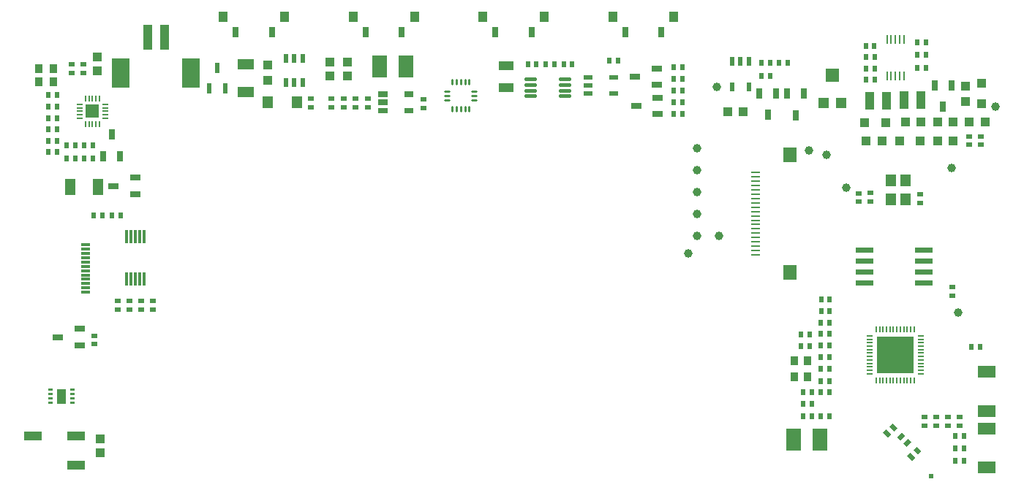
<source format=gtp>
G04 Layer: TopPasteMaskLayer*
G04 EasyEDA v6.4.0, 2020-07-10T23:23:17+08:00*
G04 5139bd2fb7c3424f93626a165fee3374,4edbaba1ca844db583ca7d2d7efc84e2,10*
G04 Gerber Generator version 0.2*
G04 Scale: 100 percent, Rotated: No, Reflected: No *
G04 Dimensions in inches *
G04 leading zeros omitted , absolute positions ,2 integer and 4 decimal *
%FSLAX24Y24*%
%MOIN*%
G90*
G70D02*

%ADD11C,0.039370*%
%ADD31C,0.015748*%
%ADD32C,0.011024*%
%ADD34R,0.031496X0.019685*%
%ADD36R,0.070866X0.102362*%
%ADD37R,0.019685X0.031496*%
%ADD38R,0.062992X0.060000*%
%ADD39R,0.047244X0.047244*%
%ADD40R,0.043307X0.039370*%
%ADD41R,0.047244X0.074803*%
%ADD42R,0.074803X0.047244*%
%ADD43R,0.012000X0.059055*%
%ADD44R,0.047244X0.055118*%
%ADD45R,0.019685X0.019685*%
%ADD46R,0.010000X0.031500*%
%ADD47R,0.031500X0.010000*%
%ADD48R,0.169300X0.169300*%
%ADD49R,0.070866X0.039370*%
%ADD50R,0.021654X0.039370*%
%ADD51R,0.049213X0.027559*%
%ADD52R,0.031496X0.009843*%
%ADD53R,0.009843X0.031496*%
%ADD54R,0.062992X0.062992*%
%ADD55R,0.035430X0.039370*%
%ADD58R,0.023622X0.051181*%
%ADD59R,0.035433X0.039370*%
%ADD60R,0.039370X0.021654*%
%ADD61R,0.039370X0.039370*%
%ADD62R,0.027559X0.049213*%
%ADD63R,0.078740X0.053150*%
%ADD64R,0.039370X0.043307*%
%ADD65R,0.078740X0.039370*%
%ADD66R,0.043307X0.009843*%
%ADD67R,0.059055X0.066929*%
%ADD68R,0.039370X0.011811*%
%ADD69R,0.039370X0.118110*%
%ADD70R,0.078740X0.137790*%
%ADD71R,0.039370X0.078700*%
%ADD72R,0.010000X0.039400*%
%ADD73R,0.043307X0.051181*%
%ADD74R,0.031496X0.051181*%

%LPD*%
G54D31*
G01X23796Y20353D02*
G01X23382Y20353D01*
G01X23796Y20097D02*
G01X23382Y20097D01*
G01X23796Y19842D02*
G01X23382Y19842D01*
G01X23796Y19586D02*
G01X23382Y19586D01*
G01X25370Y19586D02*
G01X24957Y19586D01*
G01X25370Y19842D02*
G01X24957Y19842D01*
G01X25370Y20098D02*
G01X24957Y20098D01*
G01X25370Y20354D02*
G01X24957Y20354D01*
G54D32*
G01X20018Y18897D02*
G01X20018Y19102D01*
G01X20215Y18897D02*
G01X20215Y19102D01*
G01X20412Y18897D02*
G01X20412Y19102D01*
G01X20609Y18897D02*
G01X20609Y19102D01*
G01X20806Y18897D02*
G01X20806Y19102D01*
G01X20920Y19413D02*
G01X21124Y19413D01*
G01X20920Y19610D02*
G01X21124Y19610D01*
G01X20920Y19806D02*
G01X21124Y19806D01*
G01X20806Y20117D02*
G01X20806Y20322D01*
G01X20609Y20117D02*
G01X20609Y20322D01*
G01X20412Y20117D02*
G01X20412Y20322D01*
G01X20215Y20117D02*
G01X20215Y20322D01*
G01X20018Y20117D02*
G01X20018Y20322D01*
G01X19699Y19806D02*
G01X19904Y19806D01*
G01X19699Y19610D02*
G01X19904Y19610D01*
G01X19699Y19413D02*
G01X19904Y19413D01*
G54D34*
G01X42612Y4543D03*
G01X42612Y4936D03*
G36*
G01X16662Y19791D02*
G01X17080Y19791D01*
G01X17080Y19535D01*
G01X16662Y19535D01*
G01X16662Y19791D01*
G37*
G36*
G01X16662Y19417D02*
G01X17080Y19417D01*
G01X17080Y19161D01*
G01X16662Y19161D01*
G01X16662Y19417D01*
G37*
G36*
G01X16662Y19043D02*
G01X17080Y19043D01*
G01X17080Y18787D01*
G01X16662Y18787D01*
G01X16662Y19043D01*
G37*
G36*
G01X17843Y19043D02*
G01X18261Y19043D01*
G01X18261Y18787D01*
G01X17843Y18787D01*
G01X17843Y19043D01*
G37*
G36*
G01X17843Y19791D02*
G01X18261Y19791D01*
G01X18261Y19535D01*
G01X17843Y19535D01*
G01X17843Y19791D01*
G37*
G01X16192Y19063D03*
G01X16192Y19456D03*
G54D36*
G01X17911Y20929D03*
G01X16729Y20929D03*
G54D34*
G01X18712Y19043D03*
G01X18712Y19436D03*
G54D37*
G01X30528Y20372D03*
G01X30134Y20372D03*
G01X42975Y2939D03*
G01X43369Y2939D03*
G01X43369Y3499D03*
G01X42975Y3499D03*
G01X42975Y4059D03*
G01X43369Y4059D03*
G54D34*
G01X42812Y10856D03*
G01X42812Y10463D03*
G54D37*
G01X37229Y9249D03*
G01X36835Y9249D03*
G54D34*
G01X43162Y4543D03*
G01X43162Y4936D03*
G36*
G01X41412Y3357D02*
G01X41273Y3218D01*
G01X41051Y3440D01*
G01X41190Y3580D01*
G01X41412Y3357D01*
G37*
G36*
G01X41134Y3079D02*
G01X40995Y2939D01*
G01X40772Y3162D01*
G01X40911Y3301D01*
G01X41134Y3079D01*
G37*
G36*
G01X40535Y4220D02*
G01X40674Y4080D01*
G01X40451Y3858D01*
G01X40312Y3997D01*
G01X40535Y4220D01*
G37*
G36*
G01X40813Y3941D02*
G01X40952Y3802D01*
G01X40730Y3579D01*
G01X40591Y3718D01*
G01X40813Y3941D01*
G37*
G54D37*
G01X43695Y8119D03*
G01X44089Y8119D03*
G54D34*
G01X41552Y4936D03*
G01X41552Y4543D03*
G01X42082Y4936D03*
G01X42082Y4543D03*
G54D37*
G01X36409Y5524D03*
G01X36015Y5524D03*
G01X36835Y4959D03*
G01X37229Y4959D03*
G54D38*
G01X37361Y20549D03*
G54D39*
G01X37755Y19270D03*
G01X36968Y19270D03*
G54D37*
G01X3695Y14149D03*
G01X4089Y14149D03*
G54D34*
G01X5855Y9842D03*
G01X5855Y10236D03*
G01X5329Y9842D03*
G01X5329Y10236D03*
G54D37*
G01X37229Y8187D03*
G01X36835Y8187D03*
G01X37229Y8718D03*
G01X36835Y8718D03*
G01X30529Y19834D03*
G01X30135Y19834D03*
G01X30529Y18759D03*
G01X30135Y18759D03*
G01X30529Y19297D03*
G01X30135Y19297D03*
G54D34*
G01X41362Y14702D03*
G01X41362Y15096D03*
G54D37*
G01X34115Y21099D03*
G01X34509Y21099D03*
G01X4929Y14149D03*
G01X4535Y14149D03*
G54D34*
G01X38545Y15146D03*
G01X38545Y14752D03*
G54D37*
G01X27599Y21209D03*
G01X27205Y21209D03*
G01X3265Y16739D03*
G01X3659Y16739D03*
G01X2465Y17339D03*
G01X2859Y17339D03*
G54D34*
G01X14542Y19456D03*
G01X14542Y19063D03*
G54D37*
G01X3265Y17339D03*
G01X3659Y17339D03*
G01X2859Y16739D03*
G01X2465Y16739D03*
G01X2029Y19639D03*
G01X1635Y19639D03*
G54D34*
G01X13592Y19063D03*
G01X13592Y19456D03*
G01X15082Y19456D03*
G01X15082Y19063D03*
G01X15622Y19456D03*
G01X15622Y19063D03*
G54D40*
G01X11632Y20994D03*
G01X11632Y20285D03*
G54D41*
G01X2621Y15429D03*
G01X3881Y15429D03*
G54D42*
G01X10611Y19760D03*
G01X10611Y21019D03*
G54D37*
G01X25109Y21049D03*
G01X25503Y21049D03*
G01X23874Y21049D03*
G01X23480Y21049D03*
G01X2019Y17039D03*
G01X1625Y17039D03*
G54D34*
G01X2682Y20627D03*
G01X2682Y21020D03*
G54D37*
G01X35925Y8169D03*
G01X36319Y8169D03*
G01X35925Y8709D03*
G01X36319Y8709D03*
G01X24295Y21049D03*
G01X24689Y21049D03*
G01X2023Y18577D03*
G01X1629Y18577D03*
G01X2023Y18063D03*
G01X1629Y18063D03*
G01X2023Y17549D03*
G01X1629Y17549D03*
G01X2024Y19090D03*
G01X1630Y19090D03*
G54D40*
G01X15252Y20514D03*
G01X15252Y21144D03*
G01X14472Y21144D03*
G01X14472Y20515D03*
G54D34*
G01X3742Y8646D03*
G01X3742Y8253D03*
G54D40*
G01X3992Y3304D03*
G01X3992Y3934D03*
G01X3872Y20744D03*
G01X3872Y21374D03*
G54D34*
G01X4802Y9843D03*
G01X4802Y10236D03*
G01X6382Y9843D03*
G01X6382Y10236D03*
G54D43*
G01X5995Y13164D03*
G01X5798Y13164D03*
G01X5601Y13164D03*
G01X5405Y13164D03*
G01X5208Y13164D03*
G01X5208Y11234D03*
G01X5405Y11234D03*
G01X5601Y11234D03*
G01X5798Y11234D03*
G01X5995Y11234D03*
G54D11*
G01X37105Y16910D03*
G01X36305Y17110D03*
G01X32105Y20010D03*
G01X31205Y13210D03*
G01X31205Y15210D03*
G01X38005Y15410D03*
G01X31205Y14210D03*
G01X31205Y17210D03*
G01X32205Y13210D03*
G01X43105Y9710D03*
G01X30805Y12410D03*
G01X44805Y19110D03*
G01X42805Y16310D03*
G01X31205Y16210D03*
G54D34*
G01X3237Y20627D03*
G01X3237Y21020D03*
G54D37*
G01X30529Y20910D03*
G01X30135Y20910D03*
G01X37239Y10290D03*
G01X36845Y10290D03*
G01X37239Y9770D03*
G01X36845Y9770D03*
G54D44*
G01X40697Y14866D03*
G01X40697Y15733D03*
G01X40027Y15733D03*
G01X40027Y14866D03*
G54D34*
G01X39095Y15156D03*
G01X39095Y14763D03*
G54D45*
G01X41858Y2231D03*
G54D37*
G01X36015Y6070D03*
G01X36409Y6070D03*
G01X36015Y4960D03*
G01X36409Y4960D03*
G01X37230Y6063D03*
G01X36836Y6063D03*
G01X37219Y6580D03*
G01X36825Y6580D03*
G01X36836Y7125D03*
G01X37230Y7125D03*
G01X36836Y7656D03*
G01X37230Y7656D03*
G54D46*
G01X39352Y6610D03*
G01X39512Y6610D03*
G01X39672Y6610D03*
G01X39832Y6610D03*
G01X39982Y6610D03*
G01X40142Y6610D03*
G01X40302Y6610D03*
G01X40462Y6610D03*
G01X40612Y6610D03*
G01X40772Y6610D03*
G01X40932Y6610D03*
G01X41092Y6610D03*
G54D47*
G01X41382Y6900D03*
G01X41382Y7060D03*
G01X41382Y7220D03*
G01X41382Y7380D03*
G01X41382Y7530D03*
G01X41382Y7690D03*
G01X41382Y7850D03*
G01X41382Y8010D03*
G01X41382Y8160D03*
G01X41382Y8320D03*
G01X41382Y8480D03*
G01X41382Y8640D03*
G54D46*
G01X41092Y8930D03*
G01X40932Y8930D03*
G01X40772Y8930D03*
G01X40612Y8930D03*
G01X40462Y8930D03*
G01X40302Y8930D03*
G01X40142Y8930D03*
G01X39982Y8930D03*
G01X39832Y8930D03*
G01X39672Y8930D03*
G01X39512Y8930D03*
G01X39352Y8930D03*
G54D47*
G01X39062Y8640D03*
G01X39062Y8480D03*
G01X39062Y8320D03*
G01X39062Y8160D03*
G01X39062Y8010D03*
G01X39062Y7850D03*
G01X39062Y7690D03*
G01X39062Y7530D03*
G01X39062Y7380D03*
G01X39062Y7220D03*
G01X39062Y7060D03*
G01X39062Y6900D03*
G54D48*
G01X40222Y7770D03*
G54D49*
G01X22487Y20962D03*
G01X22487Y19977D03*
G54D50*
G01X12467Y21311D03*
G01X12841Y21311D03*
G01X13215Y21311D03*
G01X13215Y20208D03*
G01X12841Y20208D03*
G01X12467Y20208D03*
G54D34*
G01X43582Y17353D03*
G01X43582Y17746D03*
G54D51*
G01X28360Y20460D03*
G01X29344Y20834D03*
G01X29344Y20086D03*
G54D52*
G01X4232Y18574D03*
G01X4232Y18732D03*
G01X4232Y18889D03*
G01X4232Y19047D03*
G01X4232Y19204D03*
G54D53*
G01X3956Y19480D03*
G01X3799Y19480D03*
G01X3641Y19480D03*
G01X3484Y19480D03*
G01X3326Y19480D03*
G54D52*
G01X3051Y19204D03*
G01X3051Y19047D03*
G01X3051Y18889D03*
G01X3051Y18732D03*
G01X3051Y18574D03*
G54D53*
G01X3326Y18299D03*
G01X3484Y18299D03*
G01X3641Y18299D03*
G01X3799Y18299D03*
G01X3956Y18299D03*
G54D54*
G01X3641Y18889D03*
G54D55*
G01X1856Y20219D03*
G01X1187Y20219D03*
G36*
G01X2839Y5530D02*
G01X2623Y5530D01*
G01X2623Y5628D01*
G01X2839Y5628D01*
G01X2839Y5530D01*
G37*
G36*
G01X2839Y5730D02*
G01X2623Y5730D01*
G01X2623Y5828D01*
G01X2839Y5828D01*
G01X2839Y5730D01*
G37*
G36*
G01X2839Y5930D02*
G01X2623Y5930D01*
G01X2623Y6028D01*
G01X2839Y6028D01*
G01X2839Y5930D01*
G37*
G36*
G01X2839Y6130D02*
G01X2623Y6130D01*
G01X2623Y6228D01*
G01X2839Y6228D01*
G01X2839Y6130D01*
G37*
G36*
G01X1839Y6130D02*
G01X1623Y6130D01*
G01X1623Y6228D01*
G01X1839Y6228D01*
G01X1839Y6130D01*
G37*
G36*
G01X1839Y5930D02*
G01X1623Y5930D01*
G01X1623Y6028D01*
G01X1839Y6028D01*
G01X1839Y5930D01*
G37*
G36*
G01X1839Y5730D02*
G01X1623Y5730D01*
G01X1623Y5828D01*
G01X1839Y5828D01*
G01X1839Y5730D01*
G37*
G36*
G01X1839Y5530D02*
G01X1623Y5530D01*
G01X1623Y5628D01*
G01X1839Y5628D01*
G01X1839Y5530D01*
G37*
G36*
G01X2428Y6214D02*
G01X2428Y5544D01*
G01X2034Y5544D01*
G01X2034Y6214D01*
G01X2428Y6214D01*
G37*
G54D58*
G01X9696Y19917D03*
G01X9322Y20862D03*
G01X8948Y19917D03*
G54D59*
G01X36239Y6753D03*
G01X35625Y7485D03*
G01X36239Y7485D03*
G01X35625Y6753D03*
G54D51*
G01X28420Y19140D03*
G01X29404Y19514D03*
G01X29404Y18766D03*
G01X2070Y8580D03*
G01X3054Y8954D03*
G01X3054Y8206D03*
G54D60*
G01X27397Y20434D03*
G01X27397Y19686D03*
G01X26216Y19686D03*
G01X26216Y20060D03*
G01X26216Y20434D03*
G54D61*
G01X38839Y18370D03*
G01X39784Y18370D03*
G54D62*
G01X42402Y19088D03*
G01X42028Y20072D03*
G01X42776Y20072D03*
G54D36*
G01X36782Y3900D03*
G01X35600Y3900D03*
G54D63*
G01X44382Y5214D03*
G01X44382Y6985D03*
G01X44382Y4415D03*
G01X44382Y2644D03*
G54D61*
G01X41359Y17520D03*
G01X40414Y17520D03*
G54D62*
G01X4512Y17832D03*
G01X4886Y16848D03*
G01X4138Y16848D03*
G54D64*
G01X44316Y18410D03*
G01X43607Y18410D03*
G01X42866Y17520D03*
G01X42157Y17520D03*
G54D65*
G01X2899Y4059D03*
G01X931Y4059D03*
G01X2899Y2720D03*
G54D55*
G01X1856Y20840D03*
G01X1187Y20840D03*
G54D34*
G01X44142Y17746D03*
G01X44142Y17353D03*
G36*
G01X39950Y4501D02*
G01X40089Y4640D01*
G01X40312Y4417D01*
G01X40173Y4278D01*
G01X39950Y4501D01*
G37*
G36*
G01X39672Y4222D02*
G01X39811Y4361D01*
G01X40034Y4139D01*
G01X39894Y3999D01*
G01X39672Y4222D01*
G37*
G54D62*
G01X34412Y18728D03*
G01X34038Y19712D03*
G01X34786Y19712D03*
G01X35682Y18708D03*
G01X35308Y19692D03*
G01X36056Y19692D03*
G54D66*
G01X33854Y12342D03*
G01X33854Y12538D03*
G01X33854Y12735D03*
G01X33854Y12932D03*
G01X33854Y13129D03*
G01X33854Y13326D03*
G01X33854Y13523D03*
G01X33854Y13720D03*
G01X33854Y13916D03*
G01X33854Y14113D03*
G01X33854Y14310D03*
G01X33854Y14507D03*
G01X33854Y14704D03*
G01X33854Y14901D03*
G01X33854Y15097D03*
G01X33854Y15294D03*
G01X33854Y15491D03*
G01X33855Y15689D03*
G01X33855Y15886D03*
G01X33855Y16083D03*
G54D67*
G01X35429Y16889D03*
G01X35429Y11535D03*
G54D51*
G01X5584Y15106D03*
G01X5584Y15854D03*
G01X4600Y15480D03*
G54D37*
G01X41225Y22040D03*
G01X41619Y22040D03*
G01X38895Y21354D03*
G01X39289Y21354D03*
G54D44*
G01X11613Y19300D03*
G01X12951Y19300D03*
G54D61*
G01X44172Y20162D03*
G01X44172Y19217D03*
G54D68*
G01X3312Y12792D03*
G01X3312Y12595D03*
G01X3312Y12398D03*
G01X3312Y12202D03*
G01X3312Y12005D03*
G01X3312Y11808D03*
G01X3312Y11611D03*
G01X3312Y11414D03*
G01X3312Y11217D03*
G01X3312Y11021D03*
G01X3312Y10824D03*
G01X3312Y10627D03*
G54D69*
G01X6936Y22251D03*
G01X6148Y22251D03*
G54D70*
G01X4942Y20648D03*
G01X8142Y20648D03*
G54D71*
G01X40612Y19390D03*
G01X41392Y19390D03*
G01X39842Y19380D03*
G01X39062Y19380D03*
G54D50*
G01X33546Y19999D03*
G01X32798Y19999D03*
G01X32798Y21180D03*
G01X33172Y21180D03*
G01X33546Y21180D03*
G54D37*
G01X41619Y21460D03*
G01X41225Y21460D03*
G01X39289Y20837D03*
G01X38895Y20837D03*
G01X39272Y21870D03*
G01X38878Y21870D03*
G01X34115Y20510D03*
G01X34509Y20510D03*
G01X34935Y21090D03*
G01X35329Y21090D03*
G54D64*
G01X40698Y18410D03*
G01X41406Y18410D03*
G54D37*
G01X41225Y20880D03*
G01X41619Y20880D03*
G54D40*
G01X43412Y19335D03*
G01X43412Y20044D03*
G54D37*
G01X39289Y20320D03*
G01X38895Y20320D03*
G54D64*
G01X38908Y17520D03*
G01X39616Y17520D03*
G01X32598Y18860D03*
G01X33306Y18860D03*
G01X42153Y18410D03*
G01X42861Y18410D03*
G54D72*
G01X40632Y22170D03*
G01X40442Y22170D03*
G01X40242Y22170D03*
G01X40042Y22170D03*
G01X39852Y22170D03*
G01X39852Y20510D03*
G01X40042Y20510D03*
G01X40242Y20510D03*
G01X40442Y20510D03*
G01X40632Y20510D03*
G54D73*
G01X30139Y23194D03*
G01X27344Y23194D03*
G54D74*
G01X29569Y22485D03*
G01X27915Y22485D03*
G54D73*
G01X12399Y23194D03*
G01X9604Y23194D03*
G54D74*
G01X11829Y22485D03*
G01X10175Y22485D03*
G54D73*
G01X18313Y23194D03*
G01X15518Y23194D03*
G54D74*
G01X17742Y22485D03*
G01X16088Y22485D03*
G54D73*
G01X24226Y23194D03*
G01X21431Y23194D03*
G54D74*
G01X23655Y22485D03*
G01X22002Y22485D03*
G36*
G01X38442Y11940D02*
G01X39242Y11940D01*
G01X39242Y12180D01*
G01X38442Y12180D01*
G01X38442Y11940D01*
G37*
G36*
G01X38442Y12440D02*
G01X39242Y12440D01*
G01X39242Y12680D01*
G01X38442Y12680D01*
G01X38442Y12440D01*
G37*
G36*
G01X41142Y10940D02*
G01X41942Y10940D01*
G01X41942Y11180D01*
G01X41142Y11180D01*
G01X41142Y10940D01*
G37*
G36*
G01X38442Y11440D02*
G01X39242Y11440D01*
G01X39242Y11680D01*
G01X38442Y11680D01*
G01X38442Y11440D01*
G37*
G36*
G01X41142Y11940D02*
G01X41942Y11940D01*
G01X41942Y12180D01*
G01X41142Y12180D01*
G01X41142Y11940D01*
G37*
G36*
G01X41142Y11440D02*
G01X41942Y11440D01*
G01X41942Y11680D01*
G01X41142Y11680D01*
G01X41142Y11440D01*
G37*
G36*
G01X41142Y12440D02*
G01X41942Y12440D01*
G01X41942Y12680D01*
G01X41142Y12680D01*
G01X41142Y12440D01*
G37*
G36*
G01X38442Y10940D02*
G01X39242Y10940D01*
G01X39242Y11180D01*
G01X38442Y11180D01*
G01X38442Y10940D01*
G37*
M00*
M02*

</source>
